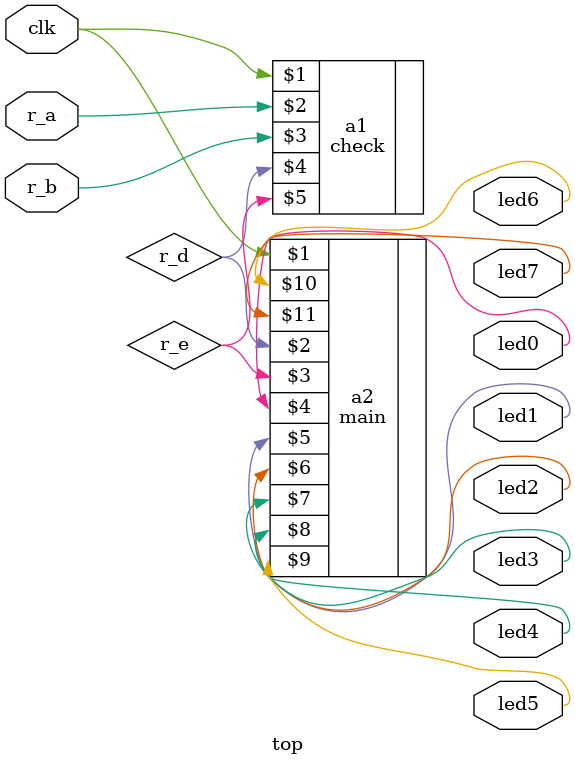
<source format=v>
`timescale 1ns / 1ps
module top(clk,r_a,r_b,led0, led1, led2, led3, led4, led5, led6, led7
    );
input clk,r_a,r_b;
output wire led0, led1, led2, led3, led4, led5, led6, led7;
wire r_e,r_d;
check a1(clk,r_a,r_b,r_d,r_e);
main a2(clk,r_d,r_e,led0, led1, led2, led3, led4, led5, led6, led7);
endmodule

</source>
